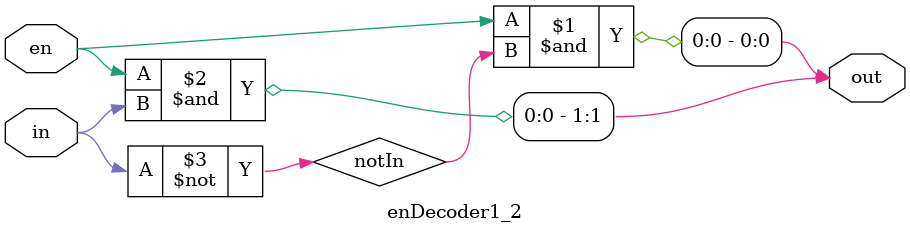
<source format=sv>
`timescale 1 ps / 100 fs

module enDecoder1_2 (en, in, out);
	input logic in; 
	input logic en;
	output logic [1:0]out;
   logic notIn;  
	
	not #50 n1(notIn,in); 
   and #50 a1(out[0],en,notIn);  
	and #50 a2(out[1],en,in);
endmodule 
</source>
